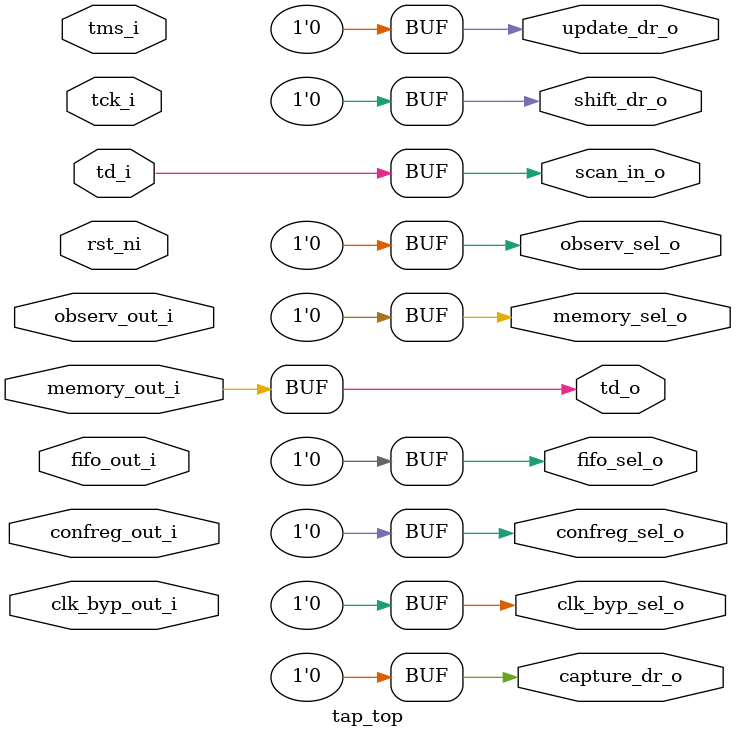
<source format=sv>
module tap_top #(
    parameter IDCODE_VALUE = 32'h10000db3
)(
  input  tms_i,
  input  tck_i,
  input  rst_ni,
  input  td_i,
  output td_o,
  output shift_dr_o,
  output update_dr_o,
  output capture_dr_o,
  output memory_sel_o,
  output fifo_sel_o,
  output confreg_sel_o,
  output clk_byp_sel_o,
  output observ_sel_o,
  output scan_in_o,
  input  memory_out_i,
  input  fifo_out_i,
  input  confreg_out_i,
  input  clk_byp_out_i,
  input  observ_out_i
);

  // Simple stub - minimal JTAG functionality
  assign shift_dr_o = 1'b0;
  assign update_dr_o = 1'b0;
  assign capture_dr_o = 1'b0;
  assign memory_sel_o = 1'b0;
  assign fifo_sel_o = 1'b0;
  assign confreg_sel_o = 1'b0;
  assign clk_byp_sel_o = 1'b0;
  assign observ_sel_o = 1'b0;
  assign scan_in_o = td_i;
  assign td_o = memory_out_i; // Simple pass-through

endmodule


</source>
